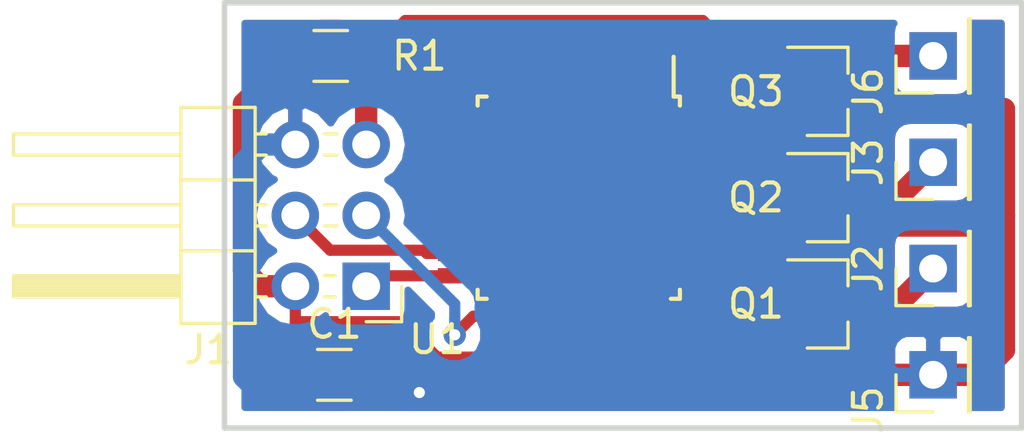
<source format=kicad_pcb>
(kicad_pcb (version 20171130) (host pcbnew 5.0.1)

  (general
    (thickness 1.6)
    (drawings 4)
    (tracks 94)
    (zones 0)
    (modules 11)
    (nets 31)
  )

  (page A4)
  (layers
    (0 F.Cu signal)
    (31 B.Cu signal)
    (32 B.Adhes user)
    (33 F.Adhes user)
    (34 B.Paste user)
    (35 F.Paste user)
    (36 B.SilkS user)
    (37 F.SilkS user)
    (38 B.Mask user)
    (39 F.Mask user)
    (40 Dwgs.User user)
    (41 Cmts.User user)
    (42 Eco1.User user)
    (43 Eco2.User user)
    (44 Edge.Cuts user)
    (45 Margin user hide)
    (46 B.CrtYd user)
    (47 F.CrtYd user hide)
    (48 B.Fab user hide)
    (49 F.Fab user hide)
  )

  (setup
    (last_trace_width 0.25)
    (user_trace_width 0.4)
    (user_trace_width 0.8)
    (trace_clearance 0.2)
    (zone_clearance 0.508)
    (zone_45_only no)
    (trace_min 0.2)
    (segment_width 0.2)
    (edge_width 0.15)
    (via_size 0.8)
    (via_drill 0.4)
    (via_min_size 0.4)
    (via_min_drill 0.3)
    (uvia_size 0.3)
    (uvia_drill 0.1)
    (uvias_allowed no)
    (uvia_min_size 0.2)
    (uvia_min_drill 0.1)
    (pcb_text_width 0.3)
    (pcb_text_size 1.5 1.5)
    (mod_edge_width 0.15)
    (mod_text_size 1 1)
    (mod_text_width 0.15)
    (pad_size 1.524 1.524)
    (pad_drill 0.762)
    (pad_to_mask_clearance 0.051)
    (solder_mask_min_width 0.25)
    (aux_axis_origin 0 0)
    (visible_elements FFFFFF7F)
    (pcbplotparams
      (layerselection 0x010fc_ffffffff)
      (usegerberextensions false)
      (usegerberattributes false)
      (usegerberadvancedattributes false)
      (creategerberjobfile false)
      (excludeedgelayer true)
      (linewidth 0.100000)
      (plotframeref false)
      (viasonmask false)
      (mode 1)
      (useauxorigin false)
      (hpglpennumber 1)
      (hpglpenspeed 20)
      (hpglpendiameter 15.000000)
      (psnegative false)
      (psa4output false)
      (plotreference true)
      (plotvalue true)
      (plotinvisibletext false)
      (padsonsilk false)
      (subtractmaskfromsilk false)
      (outputformat 1)
      (mirror false)
      (drillshape 0)
      (scaleselection 1)
      (outputdirectory ""))
  )

  (net 0 "")
  (net 1 GNDD)
  (net 2 /RED)
  (net 3 /GREEN)
  (net 4 /BLUE)
  (net 5 +3V8)
  (net 6 /~RST)
  (net 7 "Net-(U1-Pad1)")
  (net 8 "Net-(U1-Pad2)")
  (net 9 "Net-(U1-Pad7)")
  (net 10 "Net-(U1-Pad8)")
  (net 11 "Net-(U1-Pad9)")
  (net 12 "Net-(U1-Pad10)")
  (net 13 "Net-(U1-Pad11)")
  (net 14 "Net-(U1-Pad12)")
  (net 15 "Net-(U1-Pad13)")
  (net 16 "Net-(U1-Pad14)")
  (net 17 /MOSI)
  (net 18 /MISO)
  (net 19 /SCK)
  (net 20 "Net-(U1-Pad19)")
  (net 21 "Net-(U1-Pad22)")
  (net 22 "Net-(U1-Pad23)")
  (net 23 "Net-(U1-Pad24)")
  (net 24 "Net-(U1-Pad25)")
  (net 25 "Net-(U1-Pad30)")
  (net 26 "Net-(U1-Pad31)")
  (net 27 "Net-(U1-Pad32)")
  (net 28 /K_RED)
  (net 29 /K_GREEN)
  (net 30 /K_BLUE)

  (net_class Default "Это класс цепей по умолчанию."
    (clearance 0.2)
    (trace_width 0.25)
    (via_dia 0.8)
    (via_drill 0.4)
    (uvia_dia 0.3)
    (uvia_drill 0.1)
    (add_net +3V8)
    (add_net /BLUE)
    (add_net /GREEN)
    (add_net /K_BLUE)
    (add_net /K_GREEN)
    (add_net /K_RED)
    (add_net /MISO)
    (add_net /MOSI)
    (add_net /RED)
    (add_net /SCK)
    (add_net /~RST)
    (add_net GNDD)
    (add_net "Net-(U1-Pad1)")
    (add_net "Net-(U1-Pad10)")
    (add_net "Net-(U1-Pad11)")
    (add_net "Net-(U1-Pad12)")
    (add_net "Net-(U1-Pad13)")
    (add_net "Net-(U1-Pad14)")
    (add_net "Net-(U1-Pad19)")
    (add_net "Net-(U1-Pad2)")
    (add_net "Net-(U1-Pad22)")
    (add_net "Net-(U1-Pad23)")
    (add_net "Net-(U1-Pad24)")
    (add_net "Net-(U1-Pad25)")
    (add_net "Net-(U1-Pad30)")
    (add_net "Net-(U1-Pad31)")
    (add_net "Net-(U1-Pad32)")
    (add_net "Net-(U1-Pad7)")
    (add_net "Net-(U1-Pad8)")
    (add_net "Net-(U1-Pad9)")
  )

  (module Package_TO_SOT_SMD:SOT-23 (layer F.Cu) (tedit 5A02FF57) (tstamp 5C990ECB)
    (at 128.27 92.71)
    (descr "SOT-23, Standard")
    (tags SOT-23)
    (path /5C8CE6B3)
    (attr smd)
    (fp_text reference Q1 (at -2.54 0) (layer F.SilkS)
      (effects (font (size 1 1) (thickness 0.15)))
    )
    (fp_text value IRLML6244TRPBF (at 0 2.5) (layer F.Fab)
      (effects (font (size 1 1) (thickness 0.15)))
    )
    (fp_text user %R (at 0 0 90) (layer F.Fab)
      (effects (font (size 0.5 0.5) (thickness 0.075)))
    )
    (fp_line (start -0.7 -0.95) (end -0.7 1.5) (layer F.Fab) (width 0.1))
    (fp_line (start -0.15 -1.52) (end 0.7 -1.52) (layer F.Fab) (width 0.1))
    (fp_line (start -0.7 -0.95) (end -0.15 -1.52) (layer F.Fab) (width 0.1))
    (fp_line (start 0.7 -1.52) (end 0.7 1.52) (layer F.Fab) (width 0.1))
    (fp_line (start -0.7 1.52) (end 0.7 1.52) (layer F.Fab) (width 0.1))
    (fp_line (start 0.76 1.58) (end 0.76 0.65) (layer F.SilkS) (width 0.12))
    (fp_line (start 0.76 -1.58) (end 0.76 -0.65) (layer F.SilkS) (width 0.12))
    (fp_line (start -1.7 -1.75) (end 1.7 -1.75) (layer F.CrtYd) (width 0.05))
    (fp_line (start 1.7 -1.75) (end 1.7 1.75) (layer F.CrtYd) (width 0.05))
    (fp_line (start 1.7 1.75) (end -1.7 1.75) (layer F.CrtYd) (width 0.05))
    (fp_line (start -1.7 1.75) (end -1.7 -1.75) (layer F.CrtYd) (width 0.05))
    (fp_line (start 0.76 -1.58) (end -1.4 -1.58) (layer F.SilkS) (width 0.12))
    (fp_line (start 0.76 1.58) (end -0.7 1.58) (layer F.SilkS) (width 0.12))
    (pad 1 smd rect (at -1 -0.95) (size 0.9 0.8) (layers F.Cu F.Paste F.Mask)
      (net 2 /RED))
    (pad 2 smd rect (at -1 0.95) (size 0.9 0.8) (layers F.Cu F.Paste F.Mask)
      (net 1 GNDD))
    (pad 3 smd rect (at 1 0) (size 0.9 0.8) (layers F.Cu F.Paste F.Mask)
      (net 28 /K_RED))
    (model ${KISYS3DMOD}/Package_TO_SOT_SMD.3dshapes/SOT-23.wrl
      (at (xyz 0 0 0))
      (scale (xyz 1 1 1))
      (rotate (xyz 0 0 0))
    )
  )

  (module Package_TO_SOT_SMD:SOT-23 (layer F.Cu) (tedit 5A02FF57) (tstamp 5C991176)
    (at 128.27 88.9)
    (descr "SOT-23, Standard")
    (tags SOT-23)
    (path /5C8CEB0A)
    (attr smd)
    (fp_text reference Q2 (at -2.54 0) (layer F.SilkS)
      (effects (font (size 1 1) (thickness 0.15)))
    )
    (fp_text value IRLML6244TRPBF (at 0 2.5) (layer F.Fab)
      (effects (font (size 1 1) (thickness 0.15)))
    )
    (fp_line (start 0.76 1.58) (end -0.7 1.58) (layer F.SilkS) (width 0.12))
    (fp_line (start 0.76 -1.58) (end -1.4 -1.58) (layer F.SilkS) (width 0.12))
    (fp_line (start -1.7 1.75) (end -1.7 -1.75) (layer F.CrtYd) (width 0.05))
    (fp_line (start 1.7 1.75) (end -1.7 1.75) (layer F.CrtYd) (width 0.05))
    (fp_line (start 1.7 -1.75) (end 1.7 1.75) (layer F.CrtYd) (width 0.05))
    (fp_line (start -1.7 -1.75) (end 1.7 -1.75) (layer F.CrtYd) (width 0.05))
    (fp_line (start 0.76 -1.58) (end 0.76 -0.65) (layer F.SilkS) (width 0.12))
    (fp_line (start 0.76 1.58) (end 0.76 0.65) (layer F.SilkS) (width 0.12))
    (fp_line (start -0.7 1.52) (end 0.7 1.52) (layer F.Fab) (width 0.1))
    (fp_line (start 0.7 -1.52) (end 0.7 1.52) (layer F.Fab) (width 0.1))
    (fp_line (start -0.7 -0.95) (end -0.15 -1.52) (layer F.Fab) (width 0.1))
    (fp_line (start -0.15 -1.52) (end 0.7 -1.52) (layer F.Fab) (width 0.1))
    (fp_line (start -0.7 -0.95) (end -0.7 1.5) (layer F.Fab) (width 0.1))
    (fp_text user %R (at 0 0 90) (layer F.Fab)
      (effects (font (size 0.5 0.5) (thickness 0.075)))
    )
    (pad 3 smd rect (at 1 0) (size 0.9 0.8) (layers F.Cu F.Paste F.Mask)
      (net 29 /K_GREEN))
    (pad 2 smd rect (at -1 0.95) (size 0.9 0.8) (layers F.Cu F.Paste F.Mask)
      (net 1 GNDD))
    (pad 1 smd rect (at -1 -0.95) (size 0.9 0.8) (layers F.Cu F.Paste F.Mask)
      (net 3 /GREEN))
    (model ${KISYS3DMOD}/Package_TO_SOT_SMD.3dshapes/SOT-23.wrl
      (at (xyz 0 0 0))
      (scale (xyz 1 1 1))
      (rotate (xyz 0 0 0))
    )
  )

  (module Package_TO_SOT_SMD:SOT-23 (layer F.Cu) (tedit 5A02FF57) (tstamp 5C990EF5)
    (at 128.27 85.09)
    (descr "SOT-23, Standard")
    (tags SOT-23)
    (path /5C8CECE5)
    (attr smd)
    (fp_text reference Q3 (at -2.54 0) (layer F.SilkS)
      (effects (font (size 1 1) (thickness 0.15)))
    )
    (fp_text value IRLML6244TRPBF (at 0 2.5) (layer F.Fab)
      (effects (font (size 1 1) (thickness 0.15)))
    )
    (fp_text user %R (at 0 0 90) (layer F.Fab)
      (effects (font (size 0.5 0.5) (thickness 0.075)))
    )
    (fp_line (start -0.7 -0.95) (end -0.7 1.5) (layer F.Fab) (width 0.1))
    (fp_line (start -0.15 -1.52) (end 0.7 -1.52) (layer F.Fab) (width 0.1))
    (fp_line (start -0.7 -0.95) (end -0.15 -1.52) (layer F.Fab) (width 0.1))
    (fp_line (start 0.7 -1.52) (end 0.7 1.52) (layer F.Fab) (width 0.1))
    (fp_line (start -0.7 1.52) (end 0.7 1.52) (layer F.Fab) (width 0.1))
    (fp_line (start 0.76 1.58) (end 0.76 0.65) (layer F.SilkS) (width 0.12))
    (fp_line (start 0.76 -1.58) (end 0.76 -0.65) (layer F.SilkS) (width 0.12))
    (fp_line (start -1.7 -1.75) (end 1.7 -1.75) (layer F.CrtYd) (width 0.05))
    (fp_line (start 1.7 -1.75) (end 1.7 1.75) (layer F.CrtYd) (width 0.05))
    (fp_line (start 1.7 1.75) (end -1.7 1.75) (layer F.CrtYd) (width 0.05))
    (fp_line (start -1.7 1.75) (end -1.7 -1.75) (layer F.CrtYd) (width 0.05))
    (fp_line (start 0.76 -1.58) (end -1.4 -1.58) (layer F.SilkS) (width 0.12))
    (fp_line (start 0.76 1.58) (end -0.7 1.58) (layer F.SilkS) (width 0.12))
    (pad 1 smd rect (at -1 -0.95) (size 0.9 0.8) (layers F.Cu F.Paste F.Mask)
      (net 4 /BLUE))
    (pad 2 smd rect (at -1 0.95) (size 0.9 0.8) (layers F.Cu F.Paste F.Mask)
      (net 1 GNDD))
    (pad 3 smd rect (at 1 0) (size 0.9 0.8) (layers F.Cu F.Paste F.Mask)
      (net 30 /K_BLUE))
    (model ${KISYS3DMOD}/Package_TO_SOT_SMD.3dshapes/SOT-23.wrl
      (at (xyz 0 0 0))
      (scale (xyz 1 1 1))
      (rotate (xyz 0 0 0))
    )
  )

  (module Resistor_SMD:R_1206_3216Metric (layer F.Cu) (tedit 5B301BBD) (tstamp 5C990F06)
    (at 110.49 83.82)
    (descr "Resistor SMD 1206 (3216 Metric), square (rectangular) end terminal, IPC_7351 nominal, (Body size source: http://www.tortai-tech.com/upload/download/2011102023233369053.pdf), generated with kicad-footprint-generator")
    (tags resistor)
    (path /5C8CDBA6)
    (attr smd)
    (fp_text reference R1 (at 3.175 0) (layer F.SilkS)
      (effects (font (size 1 1) (thickness 0.15)))
    )
    (fp_text value 47k (at 0 1.82) (layer F.Fab)
      (effects (font (size 1 1) (thickness 0.15)))
    )
    (fp_line (start -1.6 0.8) (end -1.6 -0.8) (layer F.Fab) (width 0.1))
    (fp_line (start -1.6 -0.8) (end 1.6 -0.8) (layer F.Fab) (width 0.1))
    (fp_line (start 1.6 -0.8) (end 1.6 0.8) (layer F.Fab) (width 0.1))
    (fp_line (start 1.6 0.8) (end -1.6 0.8) (layer F.Fab) (width 0.1))
    (fp_line (start -0.602064 -0.91) (end 0.602064 -0.91) (layer F.SilkS) (width 0.12))
    (fp_line (start -0.602064 0.91) (end 0.602064 0.91) (layer F.SilkS) (width 0.12))
    (fp_line (start -2.28 1.12) (end -2.28 -1.12) (layer F.CrtYd) (width 0.05))
    (fp_line (start -2.28 -1.12) (end 2.28 -1.12) (layer F.CrtYd) (width 0.05))
    (fp_line (start 2.28 -1.12) (end 2.28 1.12) (layer F.CrtYd) (width 0.05))
    (fp_line (start 2.28 1.12) (end -2.28 1.12) (layer F.CrtYd) (width 0.05))
    (fp_text user %R (at 0 0) (layer F.Fab)
      (effects (font (size 0.8 0.8) (thickness 0.12)))
    )
    (pad 1 smd roundrect (at -1.4 0) (size 1.25 1.75) (layers F.Cu F.Paste F.Mask) (roundrect_rratio 0.2)
      (net 5 +3V8))
    (pad 2 smd roundrect (at 1.4 0) (size 1.25 1.75) (layers F.Cu F.Paste F.Mask) (roundrect_rratio 0.2)
      (net 6 /~RST))
    (model ${KISYS3DMOD}/Resistor_SMD.3dshapes/R_1206_3216Metric.wrl
      (at (xyz 0 0 0))
      (scale (xyz 1 1 1))
      (rotate (xyz 0 0 0))
    )
  )

  (module Package_QFP:TQFP-32_7x7mm_P0.8mm (layer F.Cu) (tedit 5A02F146) (tstamp 5C990F3D)
    (at 119.38 88.9 270)
    (descr "32-Lead Plastic Thin Quad Flatpack (PT) - 7x7x1.0 mm Body, 2.00 mm [TQFP] (see Microchip Packaging Specification 00000049BS.pdf)")
    (tags "QFP 0.8")
    (path /5C8CCE9E)
    (attr smd)
    (fp_text reference U1 (at 5.08 5.08) (layer F.SilkS)
      (effects (font (size 1 1) (thickness 0.15)))
    )
    (fp_text value ATmega328P-AU (at 0 6.05 270) (layer F.Fab)
      (effects (font (size 1 1) (thickness 0.15)))
    )
    (fp_text user %R (at 0 0 270) (layer F.Fab)
      (effects (font (size 1 1) (thickness 0.15)))
    )
    (fp_line (start -2.5 -3.5) (end 3.5 -3.5) (layer F.Fab) (width 0.15))
    (fp_line (start 3.5 -3.5) (end 3.5 3.5) (layer F.Fab) (width 0.15))
    (fp_line (start 3.5 3.5) (end -3.5 3.5) (layer F.Fab) (width 0.15))
    (fp_line (start -3.5 3.5) (end -3.5 -2.5) (layer F.Fab) (width 0.15))
    (fp_line (start -3.5 -2.5) (end -2.5 -3.5) (layer F.Fab) (width 0.15))
    (fp_line (start -5.3 -5.3) (end -5.3 5.3) (layer F.CrtYd) (width 0.05))
    (fp_line (start 5.3 -5.3) (end 5.3 5.3) (layer F.CrtYd) (width 0.05))
    (fp_line (start -5.3 -5.3) (end 5.3 -5.3) (layer F.CrtYd) (width 0.05))
    (fp_line (start -5.3 5.3) (end 5.3 5.3) (layer F.CrtYd) (width 0.05))
    (fp_line (start -3.625 -3.625) (end -3.625 -3.4) (layer F.SilkS) (width 0.15))
    (fp_line (start 3.625 -3.625) (end 3.625 -3.3) (layer F.SilkS) (width 0.15))
    (fp_line (start 3.625 3.625) (end 3.625 3.3) (layer F.SilkS) (width 0.15))
    (fp_line (start -3.625 3.625) (end -3.625 3.3) (layer F.SilkS) (width 0.15))
    (fp_line (start -3.625 -3.625) (end -3.3 -3.625) (layer F.SilkS) (width 0.15))
    (fp_line (start -3.625 3.625) (end -3.3 3.625) (layer F.SilkS) (width 0.15))
    (fp_line (start 3.625 3.625) (end 3.3 3.625) (layer F.SilkS) (width 0.15))
    (fp_line (start 3.625 -3.625) (end 3.3 -3.625) (layer F.SilkS) (width 0.15))
    (fp_line (start -3.625 -3.4) (end -5.05 -3.4) (layer F.SilkS) (width 0.15))
    (pad 1 smd rect (at -4.25 -2.8 270) (size 1.6 0.55) (layers F.Cu F.Paste F.Mask)
      (net 7 "Net-(U1-Pad1)"))
    (pad 2 smd rect (at -4.25 -2 270) (size 1.6 0.55) (layers F.Cu F.Paste F.Mask)
      (net 8 "Net-(U1-Pad2)"))
    (pad 3 smd rect (at -4.25 -1.2 270) (size 1.6 0.55) (layers F.Cu F.Paste F.Mask)
      (net 1 GNDD))
    (pad 4 smd rect (at -4.25 -0.4 270) (size 1.6 0.55) (layers F.Cu F.Paste F.Mask)
      (net 5 +3V8))
    (pad 5 smd rect (at -4.25 0.4 270) (size 1.6 0.55) (layers F.Cu F.Paste F.Mask)
      (net 1 GNDD))
    (pad 6 smd rect (at -4.25 1.2 270) (size 1.6 0.55) (layers F.Cu F.Paste F.Mask)
      (net 5 +3V8))
    (pad 7 smd rect (at -4.25 2 270) (size 1.6 0.55) (layers F.Cu F.Paste F.Mask)
      (net 9 "Net-(U1-Pad7)"))
    (pad 8 smd rect (at -4.25 2.8 270) (size 1.6 0.55) (layers F.Cu F.Paste F.Mask)
      (net 10 "Net-(U1-Pad8)"))
    (pad 9 smd rect (at -2.8 4.25) (size 1.6 0.55) (layers F.Cu F.Paste F.Mask)
      (net 11 "Net-(U1-Pad9)"))
    (pad 10 smd rect (at -2 4.25) (size 1.6 0.55) (layers F.Cu F.Paste F.Mask)
      (net 12 "Net-(U1-Pad10)"))
    (pad 11 smd rect (at -1.2 4.25) (size 1.6 0.55) (layers F.Cu F.Paste F.Mask)
      (net 13 "Net-(U1-Pad11)"))
    (pad 12 smd rect (at -0.4 4.25) (size 1.6 0.55) (layers F.Cu F.Paste F.Mask)
      (net 14 "Net-(U1-Pad12)"))
    (pad 13 smd rect (at 0.4 4.25) (size 1.6 0.55) (layers F.Cu F.Paste F.Mask)
      (net 15 "Net-(U1-Pad13)"))
    (pad 14 smd rect (at 1.2 4.25) (size 1.6 0.55) (layers F.Cu F.Paste F.Mask)
      (net 16 "Net-(U1-Pad14)"))
    (pad 15 smd rect (at 2 4.25) (size 1.6 0.55) (layers F.Cu F.Paste F.Mask)
      (net 17 /MOSI))
    (pad 16 smd rect (at 2.8 4.25) (size 1.6 0.55) (layers F.Cu F.Paste F.Mask)
      (net 18 /MISO))
    (pad 17 smd rect (at 4.25 2.8 270) (size 1.6 0.55) (layers F.Cu F.Paste F.Mask)
      (net 19 /SCK))
    (pad 18 smd rect (at 4.25 2 270) (size 1.6 0.55) (layers F.Cu F.Paste F.Mask)
      (net 5 +3V8))
    (pad 19 smd rect (at 4.25 1.2 270) (size 1.6 0.55) (layers F.Cu F.Paste F.Mask)
      (net 20 "Net-(U1-Pad19)"))
    (pad 20 smd rect (at 4.25 0.4 270) (size 1.6 0.55) (layers F.Cu F.Paste F.Mask)
      (net 5 +3V8))
    (pad 21 smd rect (at 4.25 -0.4 270) (size 1.6 0.55) (layers F.Cu F.Paste F.Mask)
      (net 1 GNDD))
    (pad 22 smd rect (at 4.25 -1.2 270) (size 1.6 0.55) (layers F.Cu F.Paste F.Mask)
      (net 21 "Net-(U1-Pad22)"))
    (pad 23 smd rect (at 4.25 -2 270) (size 1.6 0.55) (layers F.Cu F.Paste F.Mask)
      (net 22 "Net-(U1-Pad23)"))
    (pad 24 smd rect (at 4.25 -2.8 270) (size 1.6 0.55) (layers F.Cu F.Paste F.Mask)
      (net 23 "Net-(U1-Pad24)"))
    (pad 25 smd rect (at 2.8 -4.25) (size 1.6 0.55) (layers F.Cu F.Paste F.Mask)
      (net 24 "Net-(U1-Pad25)"))
    (pad 26 smd rect (at 2 -4.25) (size 1.6 0.55) (layers F.Cu F.Paste F.Mask)
      (net 2 /RED))
    (pad 27 smd rect (at 1.2 -4.25) (size 1.6 0.55) (layers F.Cu F.Paste F.Mask)
      (net 3 /GREEN))
    (pad 28 smd rect (at 0.4 -4.25) (size 1.6 0.55) (layers F.Cu F.Paste F.Mask)
      (net 4 /BLUE))
    (pad 29 smd rect (at -0.4 -4.25) (size 1.6 0.55) (layers F.Cu F.Paste F.Mask)
      (net 6 /~RST))
    (pad 30 smd rect (at -1.2 -4.25) (size 1.6 0.55) (layers F.Cu F.Paste F.Mask)
      (net 25 "Net-(U1-Pad30)"))
    (pad 31 smd rect (at -2 -4.25) (size 1.6 0.55) (layers F.Cu F.Paste F.Mask)
      (net 26 "Net-(U1-Pad31)"))
    (pad 32 smd rect (at -2.8 -4.25) (size 1.6 0.55) (layers F.Cu F.Paste F.Mask)
      (net 27 "Net-(U1-Pad32)"))
    (model ${KISYS3DMOD}/Package_QFP.3dshapes/TQFP-32_7x7mm_P0.8mm.wrl
      (at (xyz 0 0 0))
      (scale (xyz 1 1 1))
      (rotate (xyz 0 0 0))
    )
  )

  (module Connector_PinHeader_2.54mm:PinHeader_1x01_P2.54mm_Vertical (layer F.Cu) (tedit 59FED5CC) (tstamp 5CA987D3)
    (at 132.08 95.25 90)
    (descr "Through hole straight pin header, 1x01, 2.54mm pitch, single row")
    (tags "Through hole pin header THT 1x01 2.54mm single row")
    (path /5C8D97A4)
    (fp_text reference J5 (at -1.27 -2.33 90) (layer F.SilkS)
      (effects (font (size 1 1) (thickness 0.15)))
    )
    (fp_text value GND (at 0 2.33 90) (layer F.Fab)
      (effects (font (size 1 1) (thickness 0.15)))
    )
    (fp_text user %R (at 0 0 180) (layer F.Fab)
      (effects (font (size 1 1) (thickness 0.15)))
    )
    (fp_line (start 1.8 -1.8) (end -1.8 -1.8) (layer F.CrtYd) (width 0.05))
    (fp_line (start 1.8 1.8) (end 1.8 -1.8) (layer F.CrtYd) (width 0.05))
    (fp_line (start -1.8 1.8) (end 1.8 1.8) (layer F.CrtYd) (width 0.05))
    (fp_line (start -1.8 -1.8) (end -1.8 1.8) (layer F.CrtYd) (width 0.05))
    (fp_line (start -1.33 -1.33) (end 0 -1.33) (layer F.SilkS) (width 0.12))
    (fp_line (start -1.33 0) (end -1.33 -1.33) (layer F.SilkS) (width 0.12))
    (fp_line (start -1.33 1.27) (end 1.33 1.27) (layer F.SilkS) (width 0.12))
    (fp_line (start 1.33 1.27) (end 1.33 1.33) (layer F.SilkS) (width 0.12))
    (fp_line (start -1.33 1.27) (end -1.33 1.33) (layer F.SilkS) (width 0.12))
    (fp_line (start -1.33 1.33) (end 1.33 1.33) (layer F.SilkS) (width 0.12))
    (fp_line (start -1.27 -0.635) (end -0.635 -1.27) (layer F.Fab) (width 0.1))
    (fp_line (start -1.27 1.27) (end -1.27 -0.635) (layer F.Fab) (width 0.1))
    (fp_line (start 1.27 1.27) (end -1.27 1.27) (layer F.Fab) (width 0.1))
    (fp_line (start 1.27 -1.27) (end 1.27 1.27) (layer F.Fab) (width 0.1))
    (fp_line (start -0.635 -1.27) (end 1.27 -1.27) (layer F.Fab) (width 0.1))
    (pad 1 thru_hole rect (at 0 0 90) (size 1.7 1.7) (drill 1) (layers *.Cu *.Mask)
      (net 1 GNDD))
    (model ${KISYS3DMOD}/Connector_PinHeader_2.54mm.3dshapes/PinHeader_1x01_P2.54mm_Vertical.wrl
      (at (xyz 0 0 0))
      (scale (xyz 1 1 1))
      (rotate (xyz 0 0 0))
    )
  )

  (module Connector_PinHeader_2.54mm:PinHeader_1x01_P2.54mm_Vertical (layer F.Cu) (tedit 59FED5CC) (tstamp 5CA9875B)
    (at 132.08 83.82 90)
    (descr "Through hole straight pin header, 1x01, 2.54mm pitch, single row")
    (tags "Through hole pin header THT 1x01 2.54mm single row")
    (path /5C8CFB4C)
    (fp_text reference J6 (at -1.27 -2.33 90) (layer F.SilkS)
      (effects (font (size 1 1) (thickness 0.15)))
    )
    (fp_text value K_BLUE (at 0 2.33 90) (layer F.Fab)
      (effects (font (size 1 1) (thickness 0.15)))
    )
    (fp_line (start -0.635 -1.27) (end 1.27 -1.27) (layer F.Fab) (width 0.1))
    (fp_line (start 1.27 -1.27) (end 1.27 1.27) (layer F.Fab) (width 0.1))
    (fp_line (start 1.27 1.27) (end -1.27 1.27) (layer F.Fab) (width 0.1))
    (fp_line (start -1.27 1.27) (end -1.27 -0.635) (layer F.Fab) (width 0.1))
    (fp_line (start -1.27 -0.635) (end -0.635 -1.27) (layer F.Fab) (width 0.1))
    (fp_line (start -1.33 1.33) (end 1.33 1.33) (layer F.SilkS) (width 0.12))
    (fp_line (start -1.33 1.27) (end -1.33 1.33) (layer F.SilkS) (width 0.12))
    (fp_line (start 1.33 1.27) (end 1.33 1.33) (layer F.SilkS) (width 0.12))
    (fp_line (start -1.33 1.27) (end 1.33 1.27) (layer F.SilkS) (width 0.12))
    (fp_line (start -1.33 0) (end -1.33 -1.33) (layer F.SilkS) (width 0.12))
    (fp_line (start -1.33 -1.33) (end 0 -1.33) (layer F.SilkS) (width 0.12))
    (fp_line (start -1.8 -1.8) (end -1.8 1.8) (layer F.CrtYd) (width 0.05))
    (fp_line (start -1.8 1.8) (end 1.8 1.8) (layer F.CrtYd) (width 0.05))
    (fp_line (start 1.8 1.8) (end 1.8 -1.8) (layer F.CrtYd) (width 0.05))
    (fp_line (start 1.8 -1.8) (end -1.8 -1.8) (layer F.CrtYd) (width 0.05))
    (fp_text user %R (at 0 0 180) (layer F.Fab)
      (effects (font (size 1 1) (thickness 0.15)))
    )
    (pad 1 thru_hole rect (at 0 0 90) (size 1.7 1.7) (drill 1) (layers *.Cu *.Mask)
      (net 30 /K_BLUE))
    (model ${KISYS3DMOD}/Connector_PinHeader_2.54mm.3dshapes/PinHeader_1x01_P2.54mm_Vertical.wrl
      (at (xyz 0 0 0))
      (scale (xyz 1 1 1))
      (rotate (xyz 0 0 0))
    )
  )

  (module Connector_PinHeader_2.54mm:PinHeader_2x03_P2.54mm_Horizontal (layer F.Cu) (tedit 59FED5CB) (tstamp 5CAC7745)
    (at 111.76 92.075 180)
    (descr "Through hole angled pin header, 2x03, 2.54mm pitch, 6mm pin length, double rows")
    (tags "Through hole angled pin header THT 2x03 2.54mm double row")
    (path /5C8CCF53)
    (fp_text reference J1 (at 5.655 -2.27 180) (layer F.SilkS)
      (effects (font (size 1 1) (thickness 0.15)))
    )
    (fp_text value AVR-ISP-6 (at 5.655 7.35 180) (layer F.Fab)
      (effects (font (size 1 1) (thickness 0.15)))
    )
    (fp_line (start 4.675 -1.27) (end 6.58 -1.27) (layer F.Fab) (width 0.1))
    (fp_line (start 6.58 -1.27) (end 6.58 6.35) (layer F.Fab) (width 0.1))
    (fp_line (start 6.58 6.35) (end 4.04 6.35) (layer F.Fab) (width 0.1))
    (fp_line (start 4.04 6.35) (end 4.04 -0.635) (layer F.Fab) (width 0.1))
    (fp_line (start 4.04 -0.635) (end 4.675 -1.27) (layer F.Fab) (width 0.1))
    (fp_line (start -0.32 -0.32) (end 4.04 -0.32) (layer F.Fab) (width 0.1))
    (fp_line (start -0.32 -0.32) (end -0.32 0.32) (layer F.Fab) (width 0.1))
    (fp_line (start -0.32 0.32) (end 4.04 0.32) (layer F.Fab) (width 0.1))
    (fp_line (start 6.58 -0.32) (end 12.58 -0.32) (layer F.Fab) (width 0.1))
    (fp_line (start 12.58 -0.32) (end 12.58 0.32) (layer F.Fab) (width 0.1))
    (fp_line (start 6.58 0.32) (end 12.58 0.32) (layer F.Fab) (width 0.1))
    (fp_line (start -0.32 2.22) (end 4.04 2.22) (layer F.Fab) (width 0.1))
    (fp_line (start -0.32 2.22) (end -0.32 2.86) (layer F.Fab) (width 0.1))
    (fp_line (start -0.32 2.86) (end 4.04 2.86) (layer F.Fab) (width 0.1))
    (fp_line (start 6.58 2.22) (end 12.58 2.22) (layer F.Fab) (width 0.1))
    (fp_line (start 12.58 2.22) (end 12.58 2.86) (layer F.Fab) (width 0.1))
    (fp_line (start 6.58 2.86) (end 12.58 2.86) (layer F.Fab) (width 0.1))
    (fp_line (start -0.32 4.76) (end 4.04 4.76) (layer F.Fab) (width 0.1))
    (fp_line (start -0.32 4.76) (end -0.32 5.4) (layer F.Fab) (width 0.1))
    (fp_line (start -0.32 5.4) (end 4.04 5.4) (layer F.Fab) (width 0.1))
    (fp_line (start 6.58 4.76) (end 12.58 4.76) (layer F.Fab) (width 0.1))
    (fp_line (start 12.58 4.76) (end 12.58 5.4) (layer F.Fab) (width 0.1))
    (fp_line (start 6.58 5.4) (end 12.58 5.4) (layer F.Fab) (width 0.1))
    (fp_line (start 3.98 -1.33) (end 3.98 6.41) (layer F.SilkS) (width 0.12))
    (fp_line (start 3.98 6.41) (end 6.64 6.41) (layer F.SilkS) (width 0.12))
    (fp_line (start 6.64 6.41) (end 6.64 -1.33) (layer F.SilkS) (width 0.12))
    (fp_line (start 6.64 -1.33) (end 3.98 -1.33) (layer F.SilkS) (width 0.12))
    (fp_line (start 6.64 -0.38) (end 12.64 -0.38) (layer F.SilkS) (width 0.12))
    (fp_line (start 12.64 -0.38) (end 12.64 0.38) (layer F.SilkS) (width 0.12))
    (fp_line (start 12.64 0.38) (end 6.64 0.38) (layer F.SilkS) (width 0.12))
    (fp_line (start 6.64 -0.32) (end 12.64 -0.32) (layer F.SilkS) (width 0.12))
    (fp_line (start 6.64 -0.2) (end 12.64 -0.2) (layer F.SilkS) (width 0.12))
    (fp_line (start 6.64 -0.08) (end 12.64 -0.08) (layer F.SilkS) (width 0.12))
    (fp_line (start 6.64 0.04) (end 12.64 0.04) (layer F.SilkS) (width 0.12))
    (fp_line (start 6.64 0.16) (end 12.64 0.16) (layer F.SilkS) (width 0.12))
    (fp_line (start 6.64 0.28) (end 12.64 0.28) (layer F.SilkS) (width 0.12))
    (fp_line (start 3.582929 -0.38) (end 3.98 -0.38) (layer F.SilkS) (width 0.12))
    (fp_line (start 3.582929 0.38) (end 3.98 0.38) (layer F.SilkS) (width 0.12))
    (fp_line (start 1.11 -0.38) (end 1.497071 -0.38) (layer F.SilkS) (width 0.12))
    (fp_line (start 1.11 0.38) (end 1.497071 0.38) (layer F.SilkS) (width 0.12))
    (fp_line (start 3.98 1.27) (end 6.64 1.27) (layer F.SilkS) (width 0.12))
    (fp_line (start 6.64 2.16) (end 12.64 2.16) (layer F.SilkS) (width 0.12))
    (fp_line (start 12.64 2.16) (end 12.64 2.92) (layer F.SilkS) (width 0.12))
    (fp_line (start 12.64 2.92) (end 6.64 2.92) (layer F.SilkS) (width 0.12))
    (fp_line (start 3.582929 2.16) (end 3.98 2.16) (layer F.SilkS) (width 0.12))
    (fp_line (start 3.582929 2.92) (end 3.98 2.92) (layer F.SilkS) (width 0.12))
    (fp_line (start 1.042929 2.16) (end 1.497071 2.16) (layer F.SilkS) (width 0.12))
    (fp_line (start 1.042929 2.92) (end 1.497071 2.92) (layer F.SilkS) (width 0.12))
    (fp_line (start 3.98 3.81) (end 6.64 3.81) (layer F.SilkS) (width 0.12))
    (fp_line (start 6.64 4.7) (end 12.64 4.7) (layer F.SilkS) (width 0.12))
    (fp_line (start 12.64 4.7) (end 12.64 5.46) (layer F.SilkS) (width 0.12))
    (fp_line (start 12.64 5.46) (end 6.64 5.46) (layer F.SilkS) (width 0.12))
    (fp_line (start 3.582929 4.7) (end 3.98 4.7) (layer F.SilkS) (width 0.12))
    (fp_line (start 3.582929 5.46) (end 3.98 5.46) (layer F.SilkS) (width 0.12))
    (fp_line (start 1.042929 4.7) (end 1.497071 4.7) (layer F.SilkS) (width 0.12))
    (fp_line (start 1.042929 5.46) (end 1.497071 5.46) (layer F.SilkS) (width 0.12))
    (fp_line (start -1.27 0) (end -1.27 -1.27) (layer F.SilkS) (width 0.12))
    (fp_line (start -1.27 -1.27) (end 0 -1.27) (layer F.SilkS) (width 0.12))
    (fp_line (start -1.8 -1.8) (end -1.8 6.85) (layer F.CrtYd) (width 0.05))
    (fp_line (start -1.8 6.85) (end 13.1 6.85) (layer F.CrtYd) (width 0.05))
    (fp_line (start 13.1 6.85) (end 13.1 -1.8) (layer F.CrtYd) (width 0.05))
    (fp_line (start 13.1 -1.8) (end -1.8 -1.8) (layer F.CrtYd) (width 0.05))
    (fp_text user %R (at 5.31 2.54 270) (layer F.Fab)
      (effects (font (size 1 1) (thickness 0.15)))
    )
    (pad 1 thru_hole rect (at 0 0 180) (size 1.7 1.7) (drill 1) (layers *.Cu *.Mask)
      (net 18 /MISO))
    (pad 2 thru_hole oval (at 2.54 0 180) (size 1.7 1.7) (drill 1) (layers *.Cu *.Mask)
      (net 5 +3V8))
    (pad 3 thru_hole oval (at 0 2.54 180) (size 1.7 1.7) (drill 1) (layers *.Cu *.Mask)
      (net 19 /SCK))
    (pad 4 thru_hole oval (at 2.54 2.54 180) (size 1.7 1.7) (drill 1) (layers *.Cu *.Mask)
      (net 17 /MOSI))
    (pad 5 thru_hole oval (at 0 5.08 180) (size 1.7 1.7) (drill 1) (layers *.Cu *.Mask)
      (net 6 /~RST))
    (pad 6 thru_hole oval (at 2.54 5.08 180) (size 1.7 1.7) (drill 1) (layers *.Cu *.Mask)
      (net 1 GNDD))
    (model ${KISYS3DMOD}/Connector_PinHeader_2.54mm.3dshapes/PinHeader_2x03_P2.54mm_Horizontal.wrl
      (at (xyz 0 0 0))
      (scale (xyz 1 1 1))
      (rotate (xyz 0 0 0))
    )
  )

  (module Connector_PinHeader_2.54mm:PinHeader_1x01_P2.54mm_Vertical (layer F.Cu) (tedit 59FED5CC) (tstamp 5CAC7CA0)
    (at 132.08 91.44 90)
    (descr "Through hole straight pin header, 1x01, 2.54mm pitch, single row")
    (tags "Through hole pin header THT 1x01 2.54mm single row")
    (path /5C8CFA30)
    (fp_text reference J2 (at 0 -2.33 90) (layer F.SilkS)
      (effects (font (size 1 1) (thickness 0.15)))
    )
    (fp_text value K_RED (at 0 2.33 90) (layer F.Fab)
      (effects (font (size 1 1) (thickness 0.15)))
    )
    (fp_line (start -0.635 -1.27) (end 1.27 -1.27) (layer F.Fab) (width 0.1))
    (fp_line (start 1.27 -1.27) (end 1.27 1.27) (layer F.Fab) (width 0.1))
    (fp_line (start 1.27 1.27) (end -1.27 1.27) (layer F.Fab) (width 0.1))
    (fp_line (start -1.27 1.27) (end -1.27 -0.635) (layer F.Fab) (width 0.1))
    (fp_line (start -1.27 -0.635) (end -0.635 -1.27) (layer F.Fab) (width 0.1))
    (fp_line (start -1.33 1.33) (end 1.33 1.33) (layer F.SilkS) (width 0.12))
    (fp_line (start -1.33 1.27) (end -1.33 1.33) (layer F.SilkS) (width 0.12))
    (fp_line (start 1.33 1.27) (end 1.33 1.33) (layer F.SilkS) (width 0.12))
    (fp_line (start -1.33 1.27) (end 1.33 1.27) (layer F.SilkS) (width 0.12))
    (fp_line (start -1.33 0) (end -1.33 -1.33) (layer F.SilkS) (width 0.12))
    (fp_line (start -1.33 -1.33) (end 0 -1.33) (layer F.SilkS) (width 0.12))
    (fp_line (start -1.8 -1.8) (end -1.8 1.8) (layer F.CrtYd) (width 0.05))
    (fp_line (start -1.8 1.8) (end 1.8 1.8) (layer F.CrtYd) (width 0.05))
    (fp_line (start 1.8 1.8) (end 1.8 -1.8) (layer F.CrtYd) (width 0.05))
    (fp_line (start 1.8 -1.8) (end -1.8 -1.8) (layer F.CrtYd) (width 0.05))
    (fp_text user %R (at 0 0 180) (layer F.Fab)
      (effects (font (size 1 1) (thickness 0.15)))
    )
    (pad 1 thru_hole rect (at 0 0 90) (size 1.7 1.7) (drill 1) (layers *.Cu *.Mask)
      (net 28 /K_RED))
    (model ${KISYS3DMOD}/Connector_PinHeader_2.54mm.3dshapes/PinHeader_1x01_P2.54mm_Vertical.wrl
      (at (xyz 0 0 0))
      (scale (xyz 1 1 1))
      (rotate (xyz 0 0 0))
    )
  )

  (module Connector_PinHeader_2.54mm:PinHeader_1x01_P2.54mm_Vertical (layer F.Cu) (tedit 59FED5CC) (tstamp 5CAC7CB5)
    (at 132.08 87.63 90)
    (descr "Through hole straight pin header, 1x01, 2.54mm pitch, single row")
    (tags "Through hole pin header THT 1x01 2.54mm single row")
    (path /5C8CFB0A)
    (fp_text reference J3 (at 0 -2.33 90) (layer F.SilkS)
      (effects (font (size 1 1) (thickness 0.15)))
    )
    (fp_text value K_GREEN (at 0 2.33 90) (layer F.Fab)
      (effects (font (size 1 1) (thickness 0.15)))
    )
    (fp_text user %R (at 0 0 180) (layer F.Fab)
      (effects (font (size 1 1) (thickness 0.15)))
    )
    (fp_line (start 1.8 -1.8) (end -1.8 -1.8) (layer F.CrtYd) (width 0.05))
    (fp_line (start 1.8 1.8) (end 1.8 -1.8) (layer F.CrtYd) (width 0.05))
    (fp_line (start -1.8 1.8) (end 1.8 1.8) (layer F.CrtYd) (width 0.05))
    (fp_line (start -1.8 -1.8) (end -1.8 1.8) (layer F.CrtYd) (width 0.05))
    (fp_line (start -1.33 -1.33) (end 0 -1.33) (layer F.SilkS) (width 0.12))
    (fp_line (start -1.33 0) (end -1.33 -1.33) (layer F.SilkS) (width 0.12))
    (fp_line (start -1.33 1.27) (end 1.33 1.27) (layer F.SilkS) (width 0.12))
    (fp_line (start 1.33 1.27) (end 1.33 1.33) (layer F.SilkS) (width 0.12))
    (fp_line (start -1.33 1.27) (end -1.33 1.33) (layer F.SilkS) (width 0.12))
    (fp_line (start -1.33 1.33) (end 1.33 1.33) (layer F.SilkS) (width 0.12))
    (fp_line (start -1.27 -0.635) (end -0.635 -1.27) (layer F.Fab) (width 0.1))
    (fp_line (start -1.27 1.27) (end -1.27 -0.635) (layer F.Fab) (width 0.1))
    (fp_line (start 1.27 1.27) (end -1.27 1.27) (layer F.Fab) (width 0.1))
    (fp_line (start 1.27 -1.27) (end 1.27 1.27) (layer F.Fab) (width 0.1))
    (fp_line (start -0.635 -1.27) (end 1.27 -1.27) (layer F.Fab) (width 0.1))
    (pad 1 thru_hole rect (at 0 0 90) (size 1.7 1.7) (drill 1) (layers *.Cu *.Mask)
      (net 29 /K_GREEN))
    (model ${KISYS3DMOD}/Connector_PinHeader_2.54mm.3dshapes/PinHeader_1x01_P2.54mm_Vertical.wrl
      (at (xyz 0 0 0))
      (scale (xyz 1 1 1))
      (rotate (xyz 0 0 0))
    )
  )

  (module Capacitor_SMD:C_1206_3216Metric (layer F.Cu) (tedit 5B301BBE) (tstamp 5CAC8B3F)
    (at 110.62 95.25)
    (descr "Capacitor SMD 1206 (3216 Metric), square (rectangular) end terminal, IPC_7351 nominal, (Body size source: http://www.tortai-tech.com/upload/download/2011102023233369053.pdf), generated with kicad-footprint-generator")
    (tags capacitor)
    (path /5C8DA8E2)
    (attr smd)
    (fp_text reference C1 (at 0 -1.82) (layer F.SilkS)
      (effects (font (size 1 1) (thickness 0.15)))
    )
    (fp_text value 0.1 (at 0 1.82) (layer F.Fab)
      (effects (font (size 1 1) (thickness 0.15)))
    )
    (fp_line (start -1.6 0.8) (end -1.6 -0.8) (layer F.Fab) (width 0.1))
    (fp_line (start -1.6 -0.8) (end 1.6 -0.8) (layer F.Fab) (width 0.1))
    (fp_line (start 1.6 -0.8) (end 1.6 0.8) (layer F.Fab) (width 0.1))
    (fp_line (start 1.6 0.8) (end -1.6 0.8) (layer F.Fab) (width 0.1))
    (fp_line (start -0.602064 -0.91) (end 0.602064 -0.91) (layer F.SilkS) (width 0.12))
    (fp_line (start -0.602064 0.91) (end 0.602064 0.91) (layer F.SilkS) (width 0.12))
    (fp_line (start -2.28 1.12) (end -2.28 -1.12) (layer F.CrtYd) (width 0.05))
    (fp_line (start -2.28 -1.12) (end 2.28 -1.12) (layer F.CrtYd) (width 0.05))
    (fp_line (start 2.28 -1.12) (end 2.28 1.12) (layer F.CrtYd) (width 0.05))
    (fp_line (start 2.28 1.12) (end -2.28 1.12) (layer F.CrtYd) (width 0.05))
    (fp_text user %R (at 0 0) (layer F.Fab)
      (effects (font (size 0.8 0.8) (thickness 0.12)))
    )
    (pad 1 smd roundrect (at -1.4 0) (size 1.25 1.75) (layers F.Cu F.Paste F.Mask) (roundrect_rratio 0.2)
      (net 5 +3V8))
    (pad 2 smd roundrect (at 1.4 0) (size 1.25 1.75) (layers F.Cu F.Paste F.Mask) (roundrect_rratio 0.2)
      (net 1 GNDD))
    (model ${KISYS3DMOD}/Capacitor_SMD.3dshapes/C_1206_3216Metric.wrl
      (at (xyz 0 0 0))
      (scale (xyz 1 1 1))
      (rotate (xyz 0 0 0))
    )
  )

  (gr_line (start 106.68 97.155) (end 135.255 97.155) (layer Edge.Cuts) (width 0.2))
  (gr_line (start 106.68 81.915) (end 106.68 97.155) (layer Edge.Cuts) (width 0.2))
  (gr_line (start 135.255 81.915) (end 106.68 81.915) (layer Edge.Cuts) (width 0.2))
  (gr_line (start 135.255 97.155) (end 135.255 81.915) (layer Edge.Cuts) (width 0.2))

  (segment (start 127.32 93.66) (end 127.27 93.66) (width 0.4) (layer F.Cu) (net 1))
  (segment (start 127.27 86.04) (end 127.32 86.04) (width 0.4) (layer F.Cu) (net 1))
  (segment (start 134.62 94.36) (end 133.73 95.25) (width 0.8) (layer F.Cu) (net 1))
  (segment (start 133.73 95.25) (end 132.08 95.25) (width 0.8) (layer F.Cu) (net 1))
  (segment (start 134.62 89.535) (end 134.62 94.36) (width 0.8) (layer F.Cu) (net 1))
  (segment (start 128.86 95.25) (end 132.08 95.25) (width 0.8) (layer F.Cu) (net 1))
  (segment (start 127.27 93.66) (end 128.86 95.25) (width 0.8) (layer F.Cu) (net 1))
  (segment (start 128.570011 89.900011) (end 134.254989 89.900011) (width 0.8) (layer F.Cu) (net 1))
  (segment (start 134.254989 89.900011) (end 134.62 89.535) (width 0.8) (layer F.Cu) (net 1))
  (segment (start 127.27 89.85) (end 128.52 89.85) (width 0.8) (layer F.Cu) (net 1))
  (segment (start 128.52 89.85) (end 128.570011 89.900011) (width 0.8) (layer F.Cu) (net 1))
  (segment (start 128.225 86.995) (end 127.27 86.04) (width 0.8) (layer F.Cu) (net 1))
  (segment (start 130.81 85.725) (end 129.54 86.995) (width 0.8) (layer F.Cu) (net 1))
  (segment (start 129.54 86.995) (end 128.225 86.995) (width 0.8) (layer F.Cu) (net 1))
  (segment (start 134.62 89.535) (end 134.62 85.725) (width 0.8) (layer F.Cu) (net 1))
  (segment (start 134.62 85.725) (end 130.81 85.725) (width 0.8) (layer F.Cu) (net 1))
  (segment (start 128.225 95.885) (end 128.86 95.25) (width 0.8) (layer F.Cu) (net 1))
  (segment (start 113.03 95.25) (end 112.02 95.25) (width 0.8) (layer F.Cu) (net 1))
  (segment (start 113.665 95.885) (end 113.03 95.25) (width 0.8) (layer F.Cu) (net 1))
  (segment (start 108.017919 86.995) (end 107.382919 87.63) (width 0.8) (layer B.Cu) (net 1))
  (segment (start 109.22 86.995) (end 108.017919 86.995) (width 0.8) (layer B.Cu) (net 1))
  (segment (start 107.382919 87.63) (end 107.382919 95.317919) (width 0.8) (layer B.Cu) (net 1))
  (via (at 113.665 95.885) (size 0.8) (drill 0.4) (layers F.Cu B.Cu) (net 1))
  (segment (start 107.382919 95.317919) (end 107.95 95.885) (width 0.8) (layer B.Cu) (net 1))
  (segment (start 107.95 95.885) (end 113.665 95.885) (width 0.8) (layer B.Cu) (net 1))
  (segment (start 113.665 95.885) (end 120.015 95.885) (width 0.8) (layer F.Cu) (net 1))
  (segment (start 119.78 95.65) (end 120.015 95.885) (width 0.4) (layer F.Cu) (net 1))
  (segment (start 119.78 93.15) (end 119.78 95.65) (width 0.4) (layer F.Cu) (net 1))
  (segment (start 120.015 95.885) (end 128.225 95.885) (width 0.8) (layer F.Cu) (net 1))
  (segment (start 118.98 84.65) (end 118.98 87.865) (width 0.4) (layer F.Cu) (net 1))
  (segment (start 118.98 87.865) (end 120.015 88.9) (width 0.4) (layer F.Cu) (net 1))
  (segment (start 119.78 89.135) (end 119.78 93.15) (width 0.4) (layer F.Cu) (net 1))
  (segment (start 120.015 88.9) (end 119.78 89.135) (width 0.4) (layer F.Cu) (net 1))
  (segment (start 120.58 88.335) (end 120.015 88.9) (width 0.4) (layer F.Cu) (net 1))
  (segment (start 120.58 84.65) (end 120.58 88.335) (width 0.4) (layer F.Cu) (net 1))
  (segment (start 126.41 90.9) (end 123.63 90.9) (width 0.4) (layer F.Cu) (net 2))
  (segment (start 127.27 91.76) (end 126.41 90.9) (width 0.4) (layer F.Cu) (net 2))
  (segment (start 127.27 87.95) (end 127.22 87.95) (width 0.4) (layer F.Cu) (net 3))
  (segment (start 125.07 90.1) (end 123.63 90.1) (width 0.4) (layer F.Cu) (net 3))
  (segment (start 127.22 87.95) (end 125.07 90.1) (width 0.4) (layer F.Cu) (net 3))
  (segment (start 125.695009 88.513533) (end 124.908542 89.3) (width 0.4) (layer F.Cu) (net 4))
  (segment (start 124.83 89.3) (end 123.63 89.3) (width 0.4) (layer F.Cu) (net 4))
  (segment (start 127.22 84.14) (end 125.695009 85.664991) (width 0.4) (layer F.Cu) (net 4))
  (segment (start 124.908542 89.3) (end 124.83 89.3) (width 0.4) (layer F.Cu) (net 4))
  (segment (start 125.695009 85.664991) (end 125.695009 88.513533) (width 0.4) (layer F.Cu) (net 4))
  (segment (start 127.27 84.14) (end 127.22 84.14) (width 0.4) (layer F.Cu) (net 4))
  (segment (start 109.22 92.075) (end 107.95 92.075) (width 0.8) (layer F.Cu) (net 5))
  (segment (start 107.95 92.075) (end 107.38001 91.50501) (width 0.8) (layer F.Cu) (net 5))
  (segment (start 107.38001 85.52999) (end 109.09 83.82) (width 0.8) (layer F.Cu) (net 5))
  (segment (start 107.38001 91.50501) (end 107.38001 85.52999) (width 0.8) (layer F.Cu) (net 5))
  (segment (start 118.18 83.45) (end 118.18 84.65) (width 0.4) (layer F.Cu) (net 5))
  (segment (start 118.445 83.185) (end 118.18 83.45) (width 0.4) (layer F.Cu) (net 5))
  (segment (start 119.515 83.185) (end 118.445 83.185) (width 0.4) (layer F.Cu) (net 5))
  (segment (start 119.78 83.45) (end 119.515 83.185) (width 0.4) (layer F.Cu) (net 5))
  (segment (start 119.78 84.65) (end 119.78 83.45) (width 0.4) (layer F.Cu) (net 5))
  (segment (start 118.18 84.65) (end 118.18 89.465) (width 0.4) (layer F.Cu) (net 5))
  (segment (start 117.38 90.265) (end 117.38 93.15) (width 0.4) (layer F.Cu) (net 5))
  (segment (start 118.18 89.465) (end 117.38 90.265) (width 0.4) (layer F.Cu) (net 5))
  (segment (start 118.98 90.265) (end 118.18 89.465) (width 0.4) (layer F.Cu) (net 5))
  (segment (start 118.98 93.15) (end 118.98 90.265) (width 0.4) (layer F.Cu) (net 5))
  (segment (start 109.22 92.075) (end 109.22 93.345) (width 0.4) (layer F.Cu) (net 5))
  (segment (start 109.22 93.345) (end 113.03 93.345) (width 0.4) (layer F.Cu) (net 5))
  (segment (start 109.22 93.345) (end 109.22 95.25) (width 0.4) (layer F.Cu) (net 5))
  (segment (start 113.03 93.345) (end 114.3 94.615) (width 0.4) (layer F.Cu) (net 5))
  (segment (start 117.38 94.35) (end 117.38 93.15) (width 0.4) (layer F.Cu) (net 5))
  (segment (start 117.115 94.615) (end 117.38 94.35) (width 0.4) (layer F.Cu) (net 5))
  (segment (start 114.3 94.615) (end 117.115 94.615) (width 0.4) (layer F.Cu) (net 5))
  (segment (start 123.63 88.5) (end 124.86 88.5) (width 0.4) (layer F.Cu) (net 6))
  (segment (start 124.86 88.5) (end 125.095 88.265) (width 0.4) (layer F.Cu) (net 6))
  (segment (start 125.095 88.265) (end 125.095 83.82) (width 0.4) (layer F.Cu) (net 6))
  (segment (start 125.095 83.82) (end 123.825 82.55) (width 0.4) (layer F.Cu) (net 6))
  (segment (start 113.16 82.55) (end 111.89 83.82) (width 0.4) (layer F.Cu) (net 6))
  (segment (start 123.825 82.55) (end 113.16 82.55) (width 0.4) (layer F.Cu) (net 6))
  (segment (start 111.76 83.95) (end 111.89 83.82) (width 0.8) (layer F.Cu) (net 6))
  (segment (start 111.76 86.995) (end 111.76 83.95) (width 0.8) (layer F.Cu) (net 6))
  (segment (start 113.93 90.9) (end 115.13 90.9) (width 0.4) (layer F.Cu) (net 17))
  (segment (start 113.815001 90.785001) (end 113.93 90.9) (width 0.4) (layer F.Cu) (net 17))
  (segment (start 110.470001 90.785001) (end 113.815001 90.785001) (width 0.4) (layer F.Cu) (net 17))
  (segment (start 109.22 89.535) (end 110.470001 90.785001) (width 0.4) (layer F.Cu) (net 17))
  (segment (start 112.135 91.7) (end 111.76 92.075) (width 0.4) (layer F.Cu) (net 18))
  (segment (start 115.13 91.7) (end 112.135 91.7) (width 0.4) (layer F.Cu) (net 18))
  (segment (start 111.76 89.535) (end 114.935 92.71) (width 0.4) (layer B.Cu) (net 19))
  (segment (start 116.58 93.15) (end 115.59999 93.15) (width 0.4) (layer F.Cu) (net 19))
  (segment (start 115.334999 93.414991) (end 114.935 93.81499) (width 0.4) (layer F.Cu) (net 19))
  (segment (start 115.59999 93.15) (end 115.334999 93.414991) (width 0.4) (layer F.Cu) (net 19))
  (segment (start 114.935 92.71) (end 114.935 93.249305) (width 0.4) (layer B.Cu) (net 19))
  (via (at 114.935 93.81499) (size 0.8) (drill 0.4) (layers F.Cu B.Cu) (net 19))
  (segment (start 114.935 93.249305) (end 114.935 93.81499) (width 0.4) (layer B.Cu) (net 19))
  (segment (start 130.81 92.71) (end 132.08 91.44) (width 0.8) (layer F.Cu) (net 28))
  (segment (start 129.27 92.71) (end 130.81 92.71) (width 0.8) (layer F.Cu) (net 28))
  (segment (start 130.81 88.9) (end 132.08 87.63) (width 0.8) (layer F.Cu) (net 29))
  (segment (start 129.27 88.9) (end 130.81 88.9) (width 0.8) (layer F.Cu) (net 29))
  (segment (start 130.54 83.82) (end 129.27 85.09) (width 0.8) (layer F.Cu) (net 30))
  (segment (start 132.08 83.82) (end 130.54 83.82) (width 0.8) (layer F.Cu) (net 30))

  (zone (net 1) (net_name GNDD) (layer F.Cu) (tstamp 5CAC9477) (hatch edge 0.508)
    (connect_pads (clearance 0.508))
    (min_thickness 0.254)
    (fill yes (arc_segments 16) (thermal_gap 0.508) (thermal_bridge_width 0.508))
    (polygon
      (pts
        (xy 106.68 81.915) (xy 135.255 81.915) (xy 135.255 97.155) (xy 106.68 97.155)
      )
    )
    (filled_polygon
      (pts
        (xy 134.52 96.42) (xy 133.48477 96.42) (xy 133.565 96.226309) (xy 133.565 95.53575) (xy 133.40625 95.377)
        (xy 132.207 95.377) (xy 132.207 95.397) (xy 131.953 95.397) (xy 131.953 95.377) (xy 130.75375 95.377)
        (xy 130.595 95.53575) (xy 130.595 96.226309) (xy 130.67523 96.42) (xy 113.210126 96.42) (xy 113.28 96.25131)
        (xy 113.28 95.53575) (xy 113.12125 95.377) (xy 112.147 95.377) (xy 112.147 95.397) (xy 111.893 95.397)
        (xy 111.893 95.377) (xy 110.91875 95.377) (xy 110.76 95.53575) (xy 110.76 96.25131) (xy 110.829874 96.42)
        (xy 110.289445 96.42) (xy 110.424126 96.218435) (xy 110.49244 95.875) (xy 110.49244 94.625) (xy 110.424126 94.281565)
        (xy 110.356263 94.18) (xy 110.788452 94.18) (xy 110.76 94.24869) (xy 110.76 94.96425) (xy 110.91875 95.123)
        (xy 111.893 95.123) (xy 111.893 95.103) (xy 112.147 95.103) (xy 112.147 95.123) (xy 113.12125 95.123)
        (xy 113.28 94.96425) (xy 113.28 94.775868) (xy 113.651415 95.147282) (xy 113.697999 95.217001) (xy 113.974199 95.401552)
        (xy 114.217763 95.45) (xy 114.217766 95.45) (xy 114.299999 95.466357) (xy 114.382232 95.45) (xy 117.032767 95.45)
        (xy 117.115 95.466357) (xy 117.197233 95.45) (xy 117.197237 95.45) (xy 117.440801 95.401552) (xy 117.717001 95.217001)
        (xy 117.763587 95.14728) (xy 117.91228 94.998587) (xy 117.982001 94.952001) (xy 118.166552 94.675801) (xy 118.182139 94.59744)
        (xy 118.455 94.59744) (xy 118.58 94.572576) (xy 118.705 94.59744) (xy 119.255 94.59744) (xy 119.358852 94.576783)
        (xy 119.37869 94.585) (xy 119.49425 94.585) (xy 119.588138 94.491112) (xy 119.712809 94.407809) (xy 119.78 94.307251)
        (xy 119.847191 94.407809) (xy 119.971862 94.491112) (xy 120.06575 94.585) (xy 120.18131 94.585) (xy 120.201148 94.576783)
        (xy 120.305 94.59744) (xy 120.855 94.59744) (xy 120.98 94.572576) (xy 121.105 94.59744) (xy 121.655 94.59744)
        (xy 121.78 94.572576) (xy 121.905 94.59744) (xy 122.455 94.59744) (xy 122.702765 94.548157) (xy 122.912809 94.407809)
        (xy 123.053157 94.197765) (xy 123.10244 93.95) (xy 123.10244 93.94575) (xy 126.185 93.94575) (xy 126.185 94.18631)
        (xy 126.281673 94.419699) (xy 126.460302 94.598327) (xy 126.693691 94.695) (xy 126.98425 94.695) (xy 127.143 94.53625)
        (xy 127.143 93.787) (xy 127.397 93.787) (xy 127.397 94.53625) (xy 127.55575 94.695) (xy 127.846309 94.695)
        (xy 128.079698 94.598327) (xy 128.258327 94.419699) (xy 128.318805 94.273691) (xy 130.595 94.273691) (xy 130.595 94.96425)
        (xy 130.75375 95.123) (xy 131.953 95.123) (xy 131.953 93.92375) (xy 132.207 93.92375) (xy 132.207 95.123)
        (xy 133.40625 95.123) (xy 133.565 94.96425) (xy 133.565 94.273691) (xy 133.468327 94.040302) (xy 133.289699 93.861673)
        (xy 133.05631 93.765) (xy 132.36575 93.765) (xy 132.207 93.92375) (xy 131.953 93.92375) (xy 131.79425 93.765)
        (xy 131.10369 93.765) (xy 130.870301 93.861673) (xy 130.691673 94.040302) (xy 130.595 94.273691) (xy 128.318805 94.273691)
        (xy 128.355 94.18631) (xy 128.355 93.94575) (xy 128.19625 93.787) (xy 127.397 93.787) (xy 127.143 93.787)
        (xy 126.34375 93.787) (xy 126.185 93.94575) (xy 123.10244 93.94575) (xy 123.10244 92.62244) (xy 124.43 92.62244)
        (xy 124.677765 92.573157) (xy 124.887809 92.432809) (xy 125.028157 92.222765) (xy 125.07744 91.975) (xy 125.07744 91.735)
        (xy 126.064133 91.735) (xy 126.17256 91.843427) (xy 126.17256 92.16) (xy 126.221843 92.407765) (xy 126.362191 92.617809)
        (xy 126.495694 92.707013) (xy 126.460302 92.721673) (xy 126.281673 92.900301) (xy 126.185 93.13369) (xy 126.185 93.37425)
        (xy 126.34375 93.533) (xy 127.143 93.533) (xy 127.143 93.513) (xy 127.397 93.513) (xy 127.397 93.533)
        (xy 128.19625 93.533) (xy 128.281781 93.447469) (xy 128.362191 93.567809) (xy 128.572235 93.708157) (xy 128.82 93.75744)
        (xy 129.72 93.75744) (xy 129.782541 93.745) (xy 130.708066 93.745) (xy 130.81 93.765276) (xy 130.911934 93.745)
        (xy 130.911935 93.745) (xy 131.213837 93.684948) (xy 131.556193 93.456193) (xy 131.613937 93.369773) (xy 132.04627 92.93744)
        (xy 132.93 92.93744) (xy 133.177765 92.888157) (xy 133.387809 92.747809) (xy 133.528157 92.537765) (xy 133.57744 92.29)
        (xy 133.57744 90.59) (xy 133.528157 90.342235) (xy 133.387809 90.132191) (xy 133.177765 89.991843) (xy 132.93 89.94256)
        (xy 131.23 89.94256) (xy 130.982235 89.991843) (xy 130.772191 90.132191) (xy 130.631843 90.342235) (xy 130.58256 90.59)
        (xy 130.58256 91.47373) (xy 130.38129 91.675) (xy 129.782541 91.675) (xy 129.72 91.66256) (xy 128.82 91.66256)
        (xy 128.572235 91.711843) (xy 128.36744 91.848684) (xy 128.36744 91.36) (xy 128.318157 91.112235) (xy 128.177809 90.902191)
        (xy 128.035068 90.806814) (xy 128.079698 90.788327) (xy 128.258327 90.609699) (xy 128.355 90.37631) (xy 128.355 90.13575)
        (xy 128.19625 89.977) (xy 127.397 89.977) (xy 127.397 89.997) (xy 127.143 89.997) (xy 127.143 89.977)
        (xy 127.123 89.977) (xy 127.123 89.723) (xy 127.143 89.723) (xy 127.143 89.703) (xy 127.397 89.703)
        (xy 127.397 89.723) (xy 128.19625 89.723) (xy 128.281781 89.637469) (xy 128.362191 89.757809) (xy 128.572235 89.898157)
        (xy 128.82 89.94744) (xy 129.72 89.94744) (xy 129.782541 89.935) (xy 130.708066 89.935) (xy 130.81 89.955276)
        (xy 130.911934 89.935) (xy 130.911935 89.935) (xy 131.213837 89.874948) (xy 131.556193 89.646193) (xy 131.613937 89.559773)
        (xy 132.04627 89.12744) (xy 132.93 89.12744) (xy 133.177765 89.078157) (xy 133.387809 88.937809) (xy 133.528157 88.727765)
        (xy 133.57744 88.48) (xy 133.57744 86.78) (xy 133.528157 86.532235) (xy 133.387809 86.322191) (xy 133.177765 86.181843)
        (xy 132.93 86.13256) (xy 131.23 86.13256) (xy 130.982235 86.181843) (xy 130.772191 86.322191) (xy 130.631843 86.532235)
        (xy 130.58256 86.78) (xy 130.58256 87.66373) (xy 130.38129 87.865) (xy 129.782541 87.865) (xy 129.72 87.85256)
        (xy 128.82 87.85256) (xy 128.572235 87.901843) (xy 128.36744 88.038684) (xy 128.36744 87.55) (xy 128.318157 87.302235)
        (xy 128.177809 87.092191) (xy 128.035068 86.996814) (xy 128.079698 86.978327) (xy 128.258327 86.799699) (xy 128.355 86.56631)
        (xy 128.355 86.32575) (xy 128.19625 86.167) (xy 127.397 86.167) (xy 127.397 86.187) (xy 127.143 86.187)
        (xy 127.143 86.167) (xy 127.123 86.167) (xy 127.123 85.913) (xy 127.143 85.913) (xy 127.143 85.893)
        (xy 127.397 85.893) (xy 127.397 85.913) (xy 128.19625 85.913) (xy 128.281781 85.827469) (xy 128.362191 85.947809)
        (xy 128.572235 86.088157) (xy 128.82 86.13744) (xy 129.230606 86.13744) (xy 129.27 86.145276) (xy 129.309394 86.13744)
        (xy 129.72 86.13744) (xy 129.967765 86.088157) (xy 130.177809 85.947809) (xy 130.318157 85.737765) (xy 130.36744 85.49)
        (xy 130.36744 85.45627) (xy 130.741634 85.082077) (xy 130.772191 85.127809) (xy 130.982235 85.268157) (xy 131.23 85.31744)
        (xy 132.93 85.31744) (xy 133.177765 85.268157) (xy 133.387809 85.127809) (xy 133.528157 84.917765) (xy 133.57744 84.67)
        (xy 133.57744 82.97) (xy 133.528157 82.722235) (xy 133.479891 82.65) (xy 134.520001 82.65)
      )
    )
    (filled_polygon
      (pts
        (xy 120.647191 85.907809) (xy 120.771862 85.991112) (xy 120.86575 86.085) (xy 120.98131 86.085) (xy 121.001148 86.076783)
        (xy 121.105 86.09744) (xy 121.655 86.09744) (xy 121.78 86.072576) (xy 121.905 86.09744) (xy 122.18256 86.09744)
        (xy 122.18256 86.375) (xy 122.207424 86.5) (xy 122.18256 86.625) (xy 122.18256 87.175) (xy 122.207424 87.3)
        (xy 122.18256 87.425) (xy 122.18256 87.975) (xy 122.207424 88.1) (xy 122.18256 88.225) (xy 122.18256 88.775)
        (xy 122.207424 88.9) (xy 122.18256 89.025) (xy 122.18256 89.575) (xy 122.207424 89.7) (xy 122.18256 89.825)
        (xy 122.18256 90.375) (xy 122.207424 90.5) (xy 122.18256 90.625) (xy 122.18256 91.175) (xy 122.207424 91.3)
        (xy 122.18256 91.425) (xy 122.18256 91.70256) (xy 121.905 91.70256) (xy 121.78 91.727424) (xy 121.655 91.70256)
        (xy 121.105 91.70256) (xy 120.98 91.727424) (xy 120.855 91.70256) (xy 120.305 91.70256) (xy 120.201148 91.723217)
        (xy 120.18131 91.715) (xy 120.06575 91.715) (xy 119.971862 91.808888) (xy 119.907002 91.852226) (xy 119.907002 91.715)
        (xy 119.815 91.715) (xy 119.815 90.347237) (xy 119.831358 90.265) (xy 119.766552 89.939199) (xy 119.714167 89.8608)
        (xy 119.582001 89.662999) (xy 119.512282 89.616414) (xy 119.015 89.119133) (xy 119.015 86.085) (xy 119.107002 86.085)
        (xy 119.107002 85.947774) (xy 119.171862 85.991112) (xy 119.26575 86.085) (xy 119.38131 86.085) (xy 119.401148 86.076783)
        (xy 119.505 86.09744) (xy 120.055 86.09744) (xy 120.158852 86.076783) (xy 120.17869 86.085) (xy 120.29425 86.085)
        (xy 120.388138 85.991112) (xy 120.512809 85.907809) (xy 120.58 85.807251)
      )
    )
    (filled_polygon
      (pts
        (xy 110.685874 82.851565) (xy 110.61756 83.195) (xy 110.61756 84.445) (xy 110.685874 84.788435) (xy 110.725001 84.846992)
        (xy 110.725 85.900571) (xy 110.689375 85.924375) (xy 110.488647 86.224786) (xy 110.101358 85.799817) (xy 109.576892 85.553514)
        (xy 109.347 85.674181) (xy 109.347 86.868) (xy 109.367 86.868) (xy 109.367 87.122) (xy 109.347 87.122)
        (xy 109.347 87.142) (xy 109.093 87.142) (xy 109.093 87.122) (xy 109.073 87.122) (xy 109.073 86.868)
        (xy 109.093 86.868) (xy 109.093 85.674181) (xy 108.863108 85.553514) (xy 108.7822 85.591511) (xy 109.031271 85.34244)
        (xy 109.465 85.34244) (xy 109.808435 85.274126) (xy 110.099586 85.079586) (xy 110.294126 84.788435) (xy 110.36244 84.445)
        (xy 110.36244 83.195) (xy 110.294126 82.851565) (xy 110.159445 82.65) (xy 110.820555 82.65)
      )
    )
  )
  (zone (net 1) (net_name GNDD) (layer B.Cu) (tstamp 5CAC9474) (hatch edge 0.508)
    (connect_pads (clearance 0.508))
    (min_thickness 0.254)
    (fill yes (arc_segments 16) (thermal_gap 0.508) (thermal_bridge_width 0.508))
    (polygon
      (pts
        (xy 106.68 81.915) (xy 106.68 97.155) (xy 135.255 97.155) (xy 135.255 81.915)
      )
    )
    (filled_polygon
      (pts
        (xy 130.631843 82.722235) (xy 130.58256 82.97) (xy 130.58256 84.67) (xy 130.631843 84.917765) (xy 130.772191 85.127809)
        (xy 130.982235 85.268157) (xy 131.23 85.31744) (xy 132.93 85.31744) (xy 133.177765 85.268157) (xy 133.387809 85.127809)
        (xy 133.528157 84.917765) (xy 133.57744 84.67) (xy 133.57744 82.97) (xy 133.528157 82.722235) (xy 133.479891 82.65)
        (xy 134.520001 82.65) (xy 134.52 96.42) (xy 133.48477 96.42) (xy 133.565 96.226309) (xy 133.565 95.53575)
        (xy 133.40625 95.377) (xy 132.207 95.377) (xy 132.207 95.397) (xy 131.953 95.397) (xy 131.953 95.377)
        (xy 130.75375 95.377) (xy 130.595 95.53575) (xy 130.595 96.226309) (xy 130.67523 96.42) (xy 107.415 96.42)
        (xy 107.415 89.535) (xy 107.705908 89.535) (xy 107.821161 90.114418) (xy 108.149375 90.605625) (xy 108.447761 90.805)
        (xy 108.149375 91.004375) (xy 107.821161 91.495582) (xy 107.705908 92.075) (xy 107.821161 92.654418) (xy 108.149375 93.145625)
        (xy 108.640582 93.473839) (xy 109.073744 93.56) (xy 109.366256 93.56) (xy 109.799418 93.473839) (xy 110.290625 93.145625)
        (xy 110.302816 93.127381) (xy 110.311843 93.172765) (xy 110.452191 93.382809) (xy 110.662235 93.523157) (xy 110.91 93.57244)
        (xy 112.61 93.57244) (xy 112.857765 93.523157) (xy 113.067809 93.382809) (xy 113.208157 93.172765) (xy 113.25744 92.925)
        (xy 113.25744 92.213308) (xy 114.1 93.055868) (xy 114.1 93.186279) (xy 114.057569 93.22871) (xy 113.9 93.609116)
        (xy 113.9 94.020864) (xy 114.057569 94.40127) (xy 114.34872 94.692421) (xy 114.729126 94.84999) (xy 115.140874 94.84999)
        (xy 115.52128 94.692421) (xy 115.812431 94.40127) (xy 115.865275 94.273691) (xy 130.595 94.273691) (xy 130.595 94.96425)
        (xy 130.75375 95.123) (xy 131.953 95.123) (xy 131.953 93.92375) (xy 132.207 93.92375) (xy 132.207 95.123)
        (xy 133.40625 95.123) (xy 133.565 94.96425) (xy 133.565 94.273691) (xy 133.468327 94.040302) (xy 133.289699 93.861673)
        (xy 133.05631 93.765) (xy 132.36575 93.765) (xy 132.207 93.92375) (xy 131.953 93.92375) (xy 131.79425 93.765)
        (xy 131.10369 93.765) (xy 130.870301 93.861673) (xy 130.691673 94.040302) (xy 130.595 94.273691) (xy 115.865275 94.273691)
        (xy 115.97 94.020864) (xy 115.97 93.609116) (xy 115.812431 93.22871) (xy 115.77 93.186279) (xy 115.77 92.792232)
        (xy 115.786357 92.709999) (xy 115.77 92.627764) (xy 115.77 92.627763) (xy 115.721552 92.384199) (xy 115.537001 92.107999)
        (xy 115.467283 92.061415) (xy 113.995868 90.59) (xy 130.58256 90.59) (xy 130.58256 92.29) (xy 130.631843 92.537765)
        (xy 130.772191 92.747809) (xy 130.982235 92.888157) (xy 131.23 92.93744) (xy 132.93 92.93744) (xy 133.177765 92.888157)
        (xy 133.387809 92.747809) (xy 133.528157 92.537765) (xy 133.57744 92.29) (xy 133.57744 90.59) (xy 133.528157 90.342235)
        (xy 133.387809 90.132191) (xy 133.177765 89.991843) (xy 132.93 89.94256) (xy 131.23 89.94256) (xy 130.982235 89.991843)
        (xy 130.772191 90.132191) (xy 130.631843 90.342235) (xy 130.58256 90.59) (xy 113.995868 90.59) (xy 113.218807 89.812939)
        (xy 113.274092 89.535) (xy 113.158839 88.955582) (xy 112.830625 88.464375) (xy 112.532239 88.265) (xy 112.830625 88.065625)
        (xy 113.158839 87.574418) (xy 113.274092 86.995) (xy 113.231326 86.78) (xy 130.58256 86.78) (xy 130.58256 88.48)
        (xy 130.631843 88.727765) (xy 130.772191 88.937809) (xy 130.982235 89.078157) (xy 131.23 89.12744) (xy 132.93 89.12744)
        (xy 133.177765 89.078157) (xy 133.387809 88.937809) (xy 133.528157 88.727765) (xy 133.57744 88.48) (xy 133.57744 86.78)
        (xy 133.528157 86.532235) (xy 133.387809 86.322191) (xy 133.177765 86.181843) (xy 132.93 86.13256) (xy 131.23 86.13256)
        (xy 130.982235 86.181843) (xy 130.772191 86.322191) (xy 130.631843 86.532235) (xy 130.58256 86.78) (xy 113.231326 86.78)
        (xy 113.158839 86.415582) (xy 112.830625 85.924375) (xy 112.339418 85.596161) (xy 111.906256 85.51) (xy 111.613744 85.51)
        (xy 111.180582 85.596161) (xy 110.689375 85.924375) (xy 110.488647 86.224786) (xy 110.101358 85.799817) (xy 109.576892 85.553514)
        (xy 109.347 85.674181) (xy 109.347 86.868) (xy 109.367 86.868) (xy 109.367 87.122) (xy 109.347 87.122)
        (xy 109.347 87.142) (xy 109.093 87.142) (xy 109.093 87.122) (xy 107.899845 87.122) (xy 107.778524 87.35189)
        (xy 107.948355 87.761924) (xy 108.338642 88.190183) (xy 108.468478 88.251157) (xy 108.149375 88.464375) (xy 107.821161 88.955582)
        (xy 107.705908 89.535) (xy 107.415 89.535) (xy 107.415 86.63811) (xy 107.778524 86.63811) (xy 107.899845 86.868)
        (xy 109.093 86.868) (xy 109.093 85.674181) (xy 108.863108 85.553514) (xy 108.338642 85.799817) (xy 107.948355 86.228076)
        (xy 107.778524 86.63811) (xy 107.415 86.63811) (xy 107.415 82.65) (xy 130.680109 82.65)
      )
    )
  )
)

</source>
